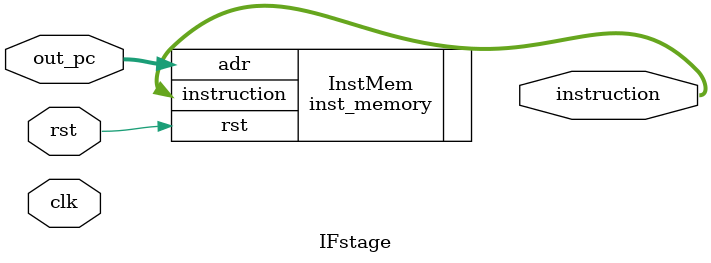
<source format=v>
`timescale 1ns/1ns

module IFstage (
    clk, 
    rst, 
    out_pc,
    // branch_adder, // from id
    // jmp_addr, // from id
    // Jmp, // cntrl
    // and_z_b, // cntrl
    // address_on_reg, // from id 
    instruction // out to id 
    // pc2id
);
    input 					clk,rst ; //,and_z_b;
    input wire  [31:0]           out_pc; 
    // input       [1:0]           Jmp; 
    // input wire  [31:0]      branch_adder,address_on_reg; 
    // input wire  [25:0]      jmp_addr; 
    output wire [31:0]      instruction; //,pc2id;
    // wire        [31:0] 		in_pc,out_branch,out_adder2,out_pc; 
    //wire [31:0] next_pc;
    // Output PC+4 (or 0 during reset)
    // assign pc2id = rst ? 32'd0 : out_adder2;
    // assign in_pc = rst ? 32'd0 : next_pc;
	// // pc PC(.clk(clk),.rst(rst),.in(in_pc),.out(out_pc));
    // adder adder_of_pc(.clk(clk),.data1(out_pc),.data2(32'd4),.sum(out_adder2));
	// mux2_to_1 #32 mux2_branch(.clk(clk),.data1(out_adder2),.data2(branch_adder),.sel(and_z_b),.out(out_branch));                                 
	// mux3_to_1 #32 mux3_jmp(.clk(clk),.data1(out_branch),.data2({out_adder2[31:28],jmp_addr,2'b00}),
    // .data3(address_on_reg),.sel(Jmp),.out(in_pc));
	inst_memory InstMem(.rst(rst),.adr(out_pc),.instruction(instruction));
endmodule


// module IFstage (
//     clk, 
//     rst, 
//     branch_adder,      // from ID
//     jmp_addr,          // from ID
//     Jmp,               // control
//     and_z_b,           // control
//     address_on_reg,    // from ID (JR/JALR)
//     instruction,       // to ID
//     pc2id              // PC+4 to ID
// );
//     input              clk, rst, and_z_b;
//     input  [1:0]       Jmp; 
//     input  [31:0]      branch_adder, address_on_reg; 
//     input  [25:0]      jmp_addr; 
//     output [31:0]      instruction, pc2id;

//     // Internal wires
//     wire [31:0] in_pc;
//     wire [31:0] out_pc;
//     wire [31:0] pc_plus4;
//     wire [31:0] branch_selected;
//     wire [31:0] jump_addr_full;

//     assign in_pc = (rst == 1) ? 32'd0 : in_pc;
//     // --- PC REGISTER ---
//     pc PC(
//         .clk(clk),
//         .rst(rst),
//         .in( rst ? 32'd0 : in_pc ),   // If reset, PC is forced to 0
//         .out(out_pc)
//     );

//     // Compute PC+4
//     adder add_pc4(
//         .clk(clk),
//         .data1(out_pc),
//         .data2(32'd4),
//         .sum(pc_plus4)
//     );

//     // Branch target select
//     mux2_to_1 #32 MBRANCH(
//         .clk(clk),
//         .data1(pc_plus4),
//         .data2(branch_adder),
//         .sel(and_z_b),
//         .out(branch_selected)
//     );

//     // Jump target
//     assign jump_addr_full = {pc_plus4[31:28], jmp_addr, 2'b00};

//     // Final PC selection
//     mux3_to_1 #32 MJUMP(
//         .clk(clk),
//         .data1(branch_selected),
//         .data2(jump_addr_full),
//         .data3(address_on_reg),
//         .sel(Jmp),
//         .out(in_pc)
//     );

//     // INSTRUCTION MEMORY
//     inst_memory INSTMEM(
//         .clk(clk),
//         .rst(rst),
//         .adr(out_pc),
//         .instruction(instruction)
//     );
//     // Output PC+4 (or 0 during reset)
//     assign pc2id = rst ? 32'd0 : pc_plus4;

// endmodule

</source>
